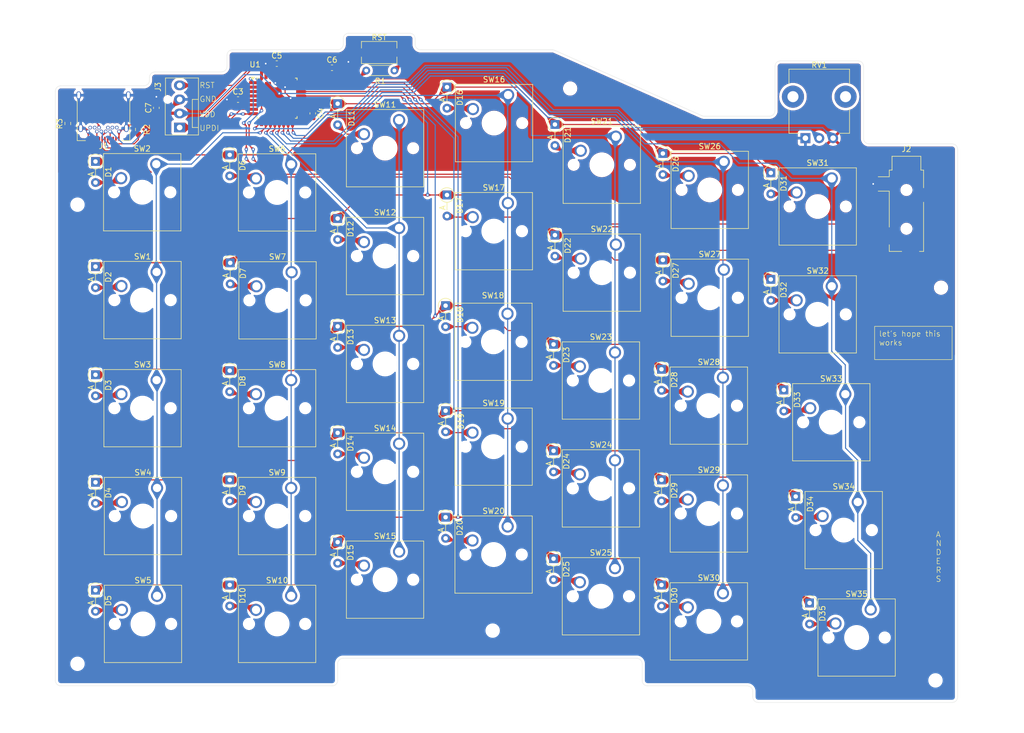
<source format=kicad_pcb>
(kicad_pcb (version 20240108) (generator "pcbnew") (generator_version "8.0")
  (title_block (title "Keyboard Left with USB-connector") (date "2024-12-05") (rev "1.0") (company "Anders Kristoffersen"))
  (layers (0 "F.Cu" signal) (31 "B.Cu" signal) (34 "B.Paste" user) (35 "F.Paste" user) (36 "B.SilkS" user "B.Silkscreen") (37 "F.SilkS" user "F.Silkscreen") (38 "B.Mask" user) (39 "F.Mask" user) (44 "Edge.Cuts" user))
  (net 0 "")
  (net 1 "GND")
  (net 2 "Net-(J1-CC1)")
  (net 3 "Net-(J1-CC2)")
  (net 4 "Net-(U1-VUSB)")
  (net 5 "VDD")
  (net 6 "Net-(J3-Pin_4)")
  (net 7 "Net-(D1-A)")
  (net 8 "row1")
  (net 9 "Net-(D2-A)")
  (net 10 "row2")
  (net 11 "Net-(D3-A)")
  (net 12 "row3")
  (net 13 "row4")
  (net 14 "Net-(D4-A)")
  (net 15 "row5")
  (net 16 "Net-(D5-A)")
  (net 17 "Net-(D6-A)")
  (net 18 "Net-(D7-A)")
  (net 19 "Net-(D8-A)")
  (net 20 "Net-(D9-A)")
  (net 21 "Net-(D10-A)")
  (net 22 "Net-(D11-A)")
  (net 23 "Net-(D12-A)")
  (net 24 "Net-(D13-A)")
  (net 25 "Net-(D14-A)")
  (net 26 "Net-(D15-A)")
  (net 27 "Net-(D16-A)")
  (net 28 "Net-(D17-A)")
  (net 29 "Net-(D18-A)")
  (net 30 "Net-(D19-A)")
  (net 31 "Net-(D20-A)")
  (net 32 "Net-(D21-A)")
  (net 33 "Net-(D22-A)")
  (net 34 "Net-(D23-A)")
  (net 35 "Net-(D24-A)")
  (net 36 "Net-(D25-A)")
  (net 37 "Net-(D26-A)")
  (net 38 "Net-(D27-A)")
  (net 39 "Net-(D28-A)")
  (net 40 "Net-(D29-A)")
  (net 41 "Net-(D30-A)")
  (net 42 "Net-(D31-A)")
  (net 43 "Net-(D32-A)")
  (net 44 "Net-(D33-A)")
  (net 45 "Net-(D34-A)")
  (net 46 "Net-(D35-A)")
  (net 47 "dp")
  (net 48 "dm")
  (net 49 "scl")
  (net 50 "Net-(J3-Pin_1)")
  (net 51 "Net-(R1-Pad1)")
  (net 52 "Net-(U1-PC3)")
  (net 53 "col1")
  (net 54 "col2")
  (net 55 "col3")
  (net 56 "col4")
  (net 57 "col5")
  (net 58 "col6")
  (net 59 "col7")
  (net 68 "sda")
  (footprint "Button_Switch_Keyboard:SW_Cherry_MX_1.00u_PCB" (layer "F.Cu") (at 180.76 54.25)
    (property "Reference" "SW26")
    (property "Value" "SW_Push")
  )
  (footprint "Capacitor_SMD:C_0603_1608Metric" (layer "F.Cu") (at 109.975 37.25)
    (property "Reference" "C6")
    (property "Value" "C_Small")
  )
  (footprint "Diode_THT:D_DO-35_SOD27_P3.81mm_Vertical_AnodeUp" (layer "F.Cu") (at 169.5 91.75 -90)
    (property "Reference" "D28")
    (property "Value" "D_45deg")
  )
  (footprint "Diode_THT:D_DO-35_SOD27_P3.81mm_Vertical_AnodeUp" (layer "F.Cu") (at 169.75 72 -90)
    (property "Reference" "D27")
    (property "Value" "D_45deg")
  )
  (footprint "Capacitor_SMD:C_0603_1608Metric" (layer "F.Cu") (at 106.5 45.5 -90)
    (property "Reference" "C4")
    (property "Value" "C_Small")
  )
  (footprint "Diode_THT:D_DO-35_SOD27_P3.81mm_Vertical_AnodeUp" (layer "F.Cu") (at 91.5 111.75 -90)
    (property "Reference" "D9")
    (property "Value" "D_45deg")
  )
  (footprint "Resistor_THT:R_Axial_DIN0204_L3.6mm_D1.6mm_P5.08mm_Horizontal" (layer "F.Cu") (at 121.25 37.75 180)
    (property "Reference" "R1")
    (property "Value" "R")
  )
  (footprint "Diode_THT:D_DO-35_SOD27_P3.81mm_Vertical_AnodeUp" (layer "F.Cu") (at 111 103.25 -90)
    (property "Reference" "D14")
    (property "Value" "D_45deg")
  )
  (footprint "Button_Switch_Keyboard:SW_Cherry_MX_1.00u_PCB" (layer "F.Cu") (at 161.26 69.21)
    (property "Reference" "SW22")
    (property "Value" "SW_Push")
  )
  (footprint "Diode_THT:D_DO-35_SOD27_P3.81mm_Vertical_AnodeUp" (layer "F.Cu") (at 189.25 75.5 -90)
    (property "Reference" "D32")
    (property "Value" "D_45deg")
  )
  (footprint "Button_Switch_Keyboard:SW_Cherry_MX_1.00u_PCB" (layer "F.Cu") (at 180.76 73.75)
    (property "Reference" "SW27")
    (property "Value" "SW_Push")
  )
  (footprint "Diode_THT:D_DO-35_SOD27_P3.81mm_Vertical_AnodeUp" (layer "F.Cu") (at 150 126 -90)
    (property "Reference" "D25")
    (property "Value" "D_45deg")
  )
  (footprint "Diode_THT:D_DO-35_SOD27_P3.81mm_Vertical_AnodeUp" (layer "F.Cu") (at 150 106.5 -90)
    (property "Reference" "D24")
    (property "Value" "D_45deg")
  )
  (footprint "Button_Switch_Keyboard:SW_Cherry_MX_1.00u_PCB" (layer "F.Cu") (at 200.26 57.25)
    (property "Reference" "SW31")
    (property "Value" "SW_Push")
  )
  (footprint "Diode_THT:D_DO-35_SOD27_P3.81mm_Vertical_AnodeUp" (layer "F.Cu") (at 67.25 92.75 -90)
    (property "Reference" "D3")
    (property "Value" "D_45deg")
  )
  (footprint "Connector_Audio:Jack_3.5mm_CUI_SJ-3524-SMT_Horizontal" (layer "F.Cu") (at 213.75 61.85)
    (property "Reference" "J2")
    (property "Value" "AudioJack4")
  )
  (footprint "Button_Switch_Keyboard:SW_Cherry_MX_1.00u_PCB" (layer "F.Cu") (at 102.68 74.21)
    (property "Reference" "SW7")
    (property "Value" "SW_Push")
  )
  (footprint "Button_Switch_Keyboard:SW_Cherry_MX_1.00u_PCB" (layer "F.Cu") (at 161.1 127.71)
    (property "Reference" "SW25")
    (property "Value" "SW_Push")
  )
  (footprint "Button_Switch_Keyboard:SW_Cherry_MX_1.00u_PCB" (layer "F.Cu") (at 180.6 93.25)
    (property "Reference" "SW28")
    (property "Value" "SW_Push")
  )
  (footprint "Diode_THT:D_DO-35_SOD27_P3.81mm_Vertical_AnodeUp" (layer "F.Cu") (at 196.25 133.999314 -90)
    (property "Reference" "D35")
    (property "Value" "D_45deg")
  )
  (footprint "Diode_THT:D_DO-35_SOD27_P3.81mm_Vertical_AnodeUp" (layer "F.Cu") (at 67.25 54.189314 -90)
    (property "Reference" "D1")
    (property "Value" "D_45deg")
  )
  (footprint "Button_Switch_Keyboard:SW_Cherry_MX_1.00u_PCB" (layer "F.Cu") (at 161.1 108.21)
    (property "Reference" "SW24")
    (property "Value" "SW_Push")
  )
  (footprint "Diode_THT:D_DO-35_SOD27_P3.81mm_Vertical_AnodeUp" (layer "F.Cu") (at 169.5 130.75 -90)
    (property "Reference" "D30")
    (property "Value" "D_45deg")
  )
  (footprint "Diode_THT:D_DO-35_SOD27_P3.81mm_Vertical_AnodeUp" (layer "F.Cu") (at 91.5 130.75 -90)
    (property "Reference" "D10")
    (property "Value" "D_45deg")
  )
  (footprint "Button_Switch_Keyboard:SW_Cherry_MX_1.50u_PCB" (layer "F.Cu") (at 204.96 115.75)
    (property "Reference" "SW34")
    (property "Value" "SW_Push")
  )
  (footprint "Resistor_SMD:R_0603_1608Metric" (layer "F.Cu") (at 75 48.4 90)
    (property "Reference" "R2")
    (property "Value" "R")
  )
  (footprint "Diode_THT:D_DO-35_SOD27_P3.81mm_Vertical_AnodeUp" (layer "F.Cu") (at 111 64.5 -90)
    (property "Reference" "D12")
    (property "Value" "D_45deg")
  )
  (footprint "Button_Switch_Keyboard:SW_Cherry_MX_1.00u_PCB" (layer "F.Cu") (at 102.6 113.21)
    (property "Reference" "SW9")
    (property "Value" "SW_Push")
  )
  (footprint "Diode_THT:D_DO-35_SOD27_P3.81mm_Vertical_AnodeUp" (layer "F.Cu") (at 67.25 73.189999 -90)
    (property "Reference" "D2")
    (property "Value" "D_45deg")
  )
  (footprint "Button_Switch_Keyboard:SW_Cherry_MX_1.00u_PCB" (layer "F.Cu") (at 102.6 93.71)
    (property "Reference" "SW8")
    (property "Value" "SW_Push")
  )
  (footprint "Diode_THT:D_DO-35_SOD27_P3.81mm_Vertical_AnodeUp" (layer "F.Cu") (at 111 43.75 -90)
    (property "Reference" "D11")
    (property "Value" "D_45deg")
  )
  (footprint "Button_Switch_Keyboard:SW_Cherry_MX_1.00u_PCB" (layer "F.Cu") (at 122.1 85.71)
    (property "Reference" "SW13")
    (property "Value" "SW_Push")
  )
  (footprint "Button_Switch_SMD:SW_Tactile_SPST_NO_Straight_CK_PTS636Sx25SMTRLFS" (layer "F.Cu") (at 118.5 34.5)
    (property "Reference" "RST")
    (property "Value" "SW_Push")
  )
  (footprint "Button_Switch_Keyboard:SW_Cherry_MX_1.00u_PCB" (layer "F.Cu") (at 122.1 124.71)
    (property "Reference" "SW15")
    (property "Value" "SW_Push")
  )
  (footprint "MountingHole:MountingHole_2.1mm" (layer "F.Cu") (at 220 77)
    (property "Reference" "REF**" (hide yes))
    (property "Value" "MountingHole_2.1mm")
  )
  (footprint "Diode_THT:D_DO-35_SOD27_P3.81mm_Vertical_AnodeUp" (layer "F.Cu") (at 169.75 52.75 -90)
    (property "Reference" "D26")
    (property "Value" "D_45deg")
  )
  (footprint "Diode_THT:D_DO-35_SOD27_P3.81mm_Vertical_AnodeUp" (layer "F.Cu") (at 150 87.25 -90)
    (property "Reference" "D23")
    (property "Value" "D_45deg")
  )
  (footprint "MountingHole:MountingHole_2.1mm" (layer "F.Cu") (at 139 139)
    (property "Reference" "REF**" (hide yes))
    (property "Value" "MountingHole_2.1mm")
  )
  (footprint "Diode_THT:D_DO-35_SOD27_P3.81mm_Vertical_AnodeUp" (layer "F.Cu") (at 91.5 53 -90)
    (property "Reference" "D6")
    (property "Value" "D_45deg")
  )
  (footprint "Diode_THT:D_DO-35_SOD27_P3.81mm_Vertical_AnodeUp" (layer "F.Cu") (at 130.75 60.25 -90)
    (property "Reference" "D17")
    (property "Value" "D_45deg")
  )
  (footprint "Button_Switch_Keyboard:SW_Cherry_MX_1.00u_PCB" (layer "F.Cu") (at 122.1 105.21)
    (property "Reference" "SW14")
    (property "Value" "SW_Push")
  )
  (footprint "Button_Switch_Keyboard:SW_Cherry_MX_1.00u_PCB" (layer "F.Cu") (at 141.71 120.17)
    (property "Reference" "SW20")
    (property "Value" "SW_Push")
  )
  (footprint "Connector_USB:USB_C_Receptacle_Amphenol_12401548E4-2A" (layer "F.Cu") (at 68.7 45.055 180)
    (property "Reference" "J1")
    (property "Value" "USB_C_Receptacle_USB2.0_14P")
  )
  (footprint "Diode_THT:D_DO-35_SOD27_P3.81mm_Vertical_AnodeUp" (layer "F.Cu") (at 191.6 95.49 -90)
    (property "Reference" "D33")
    (property "Value" "D_45deg")
  )
  (footprint "Capacitor_SMD:C_0603_1608Metric" (layer "F.Cu") (at 100 36.5)
    (property "Reference" "C5")
    (property "Value" "C_Small")
  )
  (footprint "Button_Switch_Keyboard:SW_Cherry_MX_1.50u_PCB" (layer "F.Cu") (at 78.37 113.21)
    (property "Reference" "SW4")
    (property "Value" "SW_Push")
  )
  (footprint "Button_Switch_Keyboard:SW_Cherry_MX_1.00u_PCB" (layer "F.Cu") (at 141.71 100.67)
    (property "Reference" "SW19")
    (property "Value" "SW_Push")
  )
  (footprint "Diode_THT:D_DO-35_SOD27_P3.81mm_Vertical_AnodeUp" (layer "F.Cu") (at 193.75 114.75 -90)
    (property "Reference" "D34")
    (property "Value" "D_45deg")
  )
  (footprint "Diode_THT:D_DO-35_SOD27_P3.81mm_Vertical_AnodeUp" (layer "F.Cu") (at 169.5 111.749314 -90)
    (property "Reference" "D29")
    (property "Value" "D_45deg")
  )
  (footprint "Button_Switch_Keyboard:SW_Cherry_MX_1.50u_PCB" (layer "F.Cu") (at 78.23 54.67)
    (property "Reference" "SW2")
    (property "Value" "SW_Push")
  )
  (footprint "Resistor_SMD:R_0603_1608Metric" (layer "F.Cu") (at 62.25 47.325 -90)
    (property "Reference" "R3")
    (property "Value" "R")
  )
  (footprint "Potentiometer_THT:Potentiometer_TT_P0915N" (layer "F.Cu") (at 195.5 49.975)
    (property "Reference" "RV1")
    (property "Value" "R_Potentiometer")
  )
  (footprint "Button_Switch_Keyboard:SW_Cherry_MX_1.00u_PCB" (layer "F.Cu") (at 122.1 46.71)
    (property "Reference" "SW11")
    (property "Value" "SW_Push")
  )
  (footprint "Capacitor_SMD:C_0603_1608Metric" (layer "F.Cu") (at 93 43)
    (property "Reference" "C3")
    (property "Value" "C_Small")
  )
  (footprint "Diode_THT:D_DO-35_SOD27_P3.81mm_Vertical_AnodeUp" (layer "F.Cu") (at 189.25 56.249314 -90)
    (property "Reference" "D31")
    (property "Value" "D_45deg")
  )
  (footprint "Button_Switch_Keyboard:SW_Cherry_MX_1.00u_PCB" (layer "F.Cu") (at 102.6 54.71)
    (property "Reference" "SW6")
    (property "Value" "SW_Push")
  )
  (footprint "Button_Switch_Keyboard:SW_Cherry_MX_1.00u_PCB" (layer "F.Cu") (at 141.79 42.17)
    (property "Reference" "SW16")
    (property "Value" "SW_Push")
  )
  (footprint "Diode_THT:D_DO-35_SOD27_P3.81mm_Vertical_AnodeUp" (layer "F.Cu") (at 130.5 80.25 -90)
    (property "Reference" "D18")
    (property "Value" "D_45deg")
  )
  (footprint "Package_QFP:TQFP-32_7x7mm_P0.8mm" (layer "F.Cu") (at 100.05 42.75)
    (property "Reference" "U1")
    (property "Value" "AVR32DU32x-xPT")
  )
  (footprint "MountingHole:MountingHole_2.1mm" (layer "F.Cu") (at 153 41)
    (property "Reference" "REF**" (hide yes))
    (property "Value" "MountingHole_2.1mm")
  )
  (footprint "Button_Switch_Keyboard:SW_Cherry_MX_1.00u_PCB" (layer "F.Cu") (at 161.26 49.71)
    (property "Reference" "SW21")
    (property "Value" "SW_Push")
  )
  (footprint "Diode_THT:D_DO-35_SOD27_P3.81mm_Vertical_AnodeUp" (layer "F.Cu") (at 91.5 92 -90)
    (property "Reference" "D8")
    (property "Value" "D_45deg")
  )
  (footprint "Diode_THT:D_DO-35_SOD27_P3.81mm_Vertical_AnodeUp" (layer "F.Cu") (at 150.25 67.5 -90)
    (property "Reference" "D22")
    (property "Value" "D_45deg")
  )
  (footprint "Diode_THT:D_DO-35_SOD27_P3.81mm_Vertical_AnodeUp" (layer "F.Cu") (at 67.25 131.689999 -90)
    (property "Reference" "D5")
    (property "Value" "D_45deg")
  )
  (footprint "Button_Switch_Keyboard:SW_Cherry_MX_1.00u_PCB" (layer "F.Cu") (at 200.26 76.75)
    (property "Reference" "SW32")
    (property "Value" "SW_Push")
  )
  (footprint "Diode_THT:D_DO-35_SOD27_P3.81mm_Vertical_AnodeUp" (layer "F.Cu") (at 130.5 99.25 -90)
    (property "Reference" "D19")
    (property "Value" "D_45deg")
  )
  (footprint "Button_Switch_Keyboard:SW_Cherry_MX_1.00u_PCB" (layer "F.Cu") (at 161.1 88.71)
    (property "Reference" "SW23")
    (property "Value" "SW_Push")
  )
  (footprint "Button_Switch_Keyboard:SW_Cherry_MX_1.50u_PCB" (layer "F.Cu") (at 78.29 93.71)
    (property "Reference" "SW3")
    (property "Value" "SW_Push")
  )
  (footprint "Button_Switch_Keyboard:SW_Cherry_MX_1.00u_PCB" (layer "F.Cu") (at 180.6 112.75)
    (property "Reference" "SW29")
    (property "Value" "SW_Push")
  )
  (footprint "Diode_THT:D_DO-35_SOD27_P3.81mm_Vertical_AnodeUp" (layer "F.Cu") (at 130.5 118.5 -90)
    (property "Reference" "D20")
    (property "Value" "D_45deg")
  )
  (footprint "Capacitor_SMD:C_0603_1608Metric" (layer "F.Cu") (at 78.25 44.5 90)
    (property "Reference" "C7")
    (property "Value" "C_Small")
  )
  (footprint "Button_Switch_Keyboard:SW_Cherry_MX_1.00u_PCB" (layer "F.Cu") (at 141.68 81.71)
    (property "Reference" "SW18")
    (property "Value" "SW_Push")
  )
  (footprint "Diode_THT:D_DO-35_SOD27_P3.81mm_Vertical_AnodeUp" (layer "F.Cu") (at 67.25 112.189999 -90)
    (property "Reference" "D4")
    (property "Value" "D_45deg")
  )
  (footprint "Connector:FanPinHeader_1x04_P2.54mm_Vertical" (layer "F.Cu") (at 82.45 48.05 90)
    (property "Reference" "J3")
    (property "Value" "Conn_01x04_Pin")
  )
  (footprint "Diode_THT:D_DO-35_SOD27_P3.81mm_Vertical_AnodeUp" (layer "F.Cu") (at 111 123 -90)
    (property "Reference" "D15")
    (property "Value" "D_45deg")
  )
  (footprint "Button_Switch_Keyboard:SW_Cherry_MX_1.00u_PCB" (layer "F.Cu") (at 180.6 132.25)
    (property "Reference" "SW30")
    (property "Value" "SW_Push")
  )
  (footprint "Diode_THT:D_DO-35_SOD27_P3.81mm_Vertical_AnodeUp" (layer "F.Cu") (at 91.59 72.52 -90)
    (property "Reference" "D7")
    (property "Value" "D_45deg")
  )
  (footprint "Button_Switch_Keyboard:SW_Cherry_MX_1.00u_PCB" (layer "F.Cu") (at 102.6 132.71)
    (property "Reference" "SW10")
    (property "Value" "SW_Push")
  )
  (footprint "Diode_THT:D_DO-35_SOD27_P3.81mm_Vertical_AnodeUp" (layer "F.Cu") (at 150.25 47.5 -90)
    (property "Reference" "D21")
    (property "Value" "D_45deg")
  )
  (footprint "Diode_THT:D_DO-35_SOD27_P3.81mm_Vertical_AnodeUp" (layer "F.Cu") (at 111 84 -90)
    (property "Reference" "D13")
    (property "Value" "D_45deg")
  )
  (footprint "MountingHole:MountingHole_2.1mm" (layer "F.Cu") (at 64 62)
    (property "Reference" "REF**" (hide yes))
    (property "Value" "MountingHole_2.1mm")
  )
  (footprint "Button_Switch_Keyboard:SW_Cherry_MX_1.25u_PCB" (layer "F.Cu") (at 202.71 96.25)
    (property "Reference" "SW33")
    (property "Value" "SW_Push")
  )
  (footprint "Button_Switch_Keyboard:SW_Cherry_MX_1.00u_PCB" (layer "F.Cu") (at 122.1 66.21)
    (property "Reference" "SW12")
    (property "Value" "SW_Push")
  )
  (footprint "MountingHole:MountingHole_2.1mm" (layer "F.Cu") (at 219 148)
    (property "Reference" "REF**" (hide yes))
    (property "Value" "MountingHole_2.1mm")
  )
  (footprint "Diode_THT:D_DO-35_SOD27_P3.81mm_Vertical_AnodeUp" (layer "F.Cu") (at 130.75 40.75 -90)
    (property "Reference" "D16")
    (property "Value" "D_45deg")
  )
  (footprint "Button_Switch_Keyboard:SW_Cherry_MX_1.75u_PCB" (layer "F.Cu") (at 207.29 135.17)
    (property "Reference" "SW35")
    (property "Value" "SW_Push")
  )
  (footprint "Button_Switch_Keyboard:SW_Cherry_MX_1.00u_PCB" (layer "F.Cu") (at 141.75 61.71)
    (property "Reference" "SW17")
    (property "Value" "SW_Push")
  )
  (footprint "MountingHole:MountingHole_2.1mm" (layer "F.Cu") (at 64 145)
    (property "Reference" "REF**" (hide yes))
    (property "Value" "MountingHole_2.1mm")
  )
  (footprint "Button_Switch_Keyboard:SW_Cherry_MX_1.50u_PCB" (layer "F.Cu") (at 78.29 74.17)
    (property "Reference" "SW1")
    (property "Value" "SW_Push")
  )
  (footprint "Button_Switch_Keyboard:SW_Cherry_MX_1.50u_PCB" (layer "F.Cu") (at 78.37 132.71)
    (property "Reference" "SW5")
    (property "Value" "SW_Push")
  )
  (gr_arc (start 77 39) (mid 77.292893 38.292893) (end 78 38) (stroke (width 0.05)) (layer "Edge.Cuts"))
  (gr_line (start 223 52) (end 223 151) (stroke (width 0.05)) (layer "Edge.Cuts"))
  (gr_line (start 166 148) (end 166 145) (stroke (width 0.05)) (layer "Edge.Cuts"))
  (gr_line (start 191 36) (end 205 36) (stroke (width 0.05)) (layer "Edge.Cuts"))
  (gr_line (start 190 45) (end 190 37) (stroke (width 0.05)) (layer "Edge.Cuts"))
  (gr_line (start 165 144) (end 112 144) (stroke (width 0.05)) (layer "Edge.Cuts"))
  (gr_arc (start 185 149) (mid 185.707107 149.292893) (end 186 150) (stroke (width 0.05)) (layer "Edge.Cuts"))
  (gr_line (start 206 37) (end 206 50) (stroke (width 0.05)) (layer "Edge.Cuts"))
  (gr_arc (start 177.212214 46) (mid 177.004623 45.978216) (end 176.806076 45.913811) (stroke (width 0.05)) (layer "Edge.Cuts"))
  (gr_arc (start 124 31) (mid 124.707107 31.292893) (end 125 32) (stroke (width 0.05)) (layer "Edge.Cuts"))
  (gr_arc (start 190 45) (mid 189.707107 45.707107) (end 189 46) (stroke (width 0.05)) (layer "Edge.Cuts"))
  (gr_line (start 113 31) (end 124 31) (stroke (width 0.05)) (layer "Edge.Cuts"))
  (gr_line (start 61 40.5) (end 76 40.5) (stroke (width 0.05)) (layer "Edge.Cuts"))
  (gr_arc (start 111 145) (mid 111.292893 144.292893) (end 112 144) (stroke (width 0.05)) (layer "Edge.Cuts"))
  (gr_line (start 125 32) (end 125 33) (stroke (width 0.05)) (layer "Edge.Cuts"))
  (gr_arc (start 190 37) (mid 190.292893 36.292893) (end 191 36) (stroke (width 0.05)) (layer "Edge.Cuts"))
  (gr_line (start 60 148) (end 60 41.5) (stroke (width 0.05)) (layer "Edge.Cuts"))
  (gr_line (start 110 149) (end 61 149) (stroke (width 0.05)) (layer "Edge.Cuts"))
  (gr_arc (start 207 51) (mid 206.292893 50.707107) (end 206 50) (stroke (width 0.05)) (layer "Edge.Cuts"))
  (gr_line (start 177.212214 46) (end 189 46) (stroke (width 0.05)) (layer "Edge.Cuts"))
  (gr_line (start 207 51) (end 214.5 51) (stroke (width 0.05)) (layer "Edge.Cuts"))
  (gr_arc (start 222 51) (mid 222.707107 51.292893) (end 223 52) (stroke (width 0.05)) (layer "Edge.Cuts"))
  (gr_line (start 78 38) (end 90 38) (stroke (width 0.05)) (layer "Edge.Cuts"))
  (gr_arc (start 77 39.5) (mid 76.707107 40.207107) (end 76 40.5) (stroke (width 0.05)) (layer "Edge.Cuts"))
  (gr_line (start 77 39) (end 77 39.5) (stroke (width 0.05)) (layer "Edge.Cuts"))
  (gr_line (start 214.5 51) (end 222 51) (stroke (width 0.05)) (layer "Edge.Cuts"))
  (gr_line (start 111 145) (end 111 148) (stroke (width 0.05)) (layer "Edge.Cuts"))
  (gr_arc (start 91 35) (mid 91.292893 34.292893) (end 92 34) (stroke (width 0.05)) (layer "Edge.Cuts"))
  (gr_line (start 91 37) (end 91 35) (stroke (width 0.05)) (layer "Edge.Cuts"))
  (gr_arc (start 149.787786 34) (mid 149.995378 34.021782) (end 150.193924 34.086189) (stroke (width 0.05)) (layer "Edge.Cuts"))
  (gr_line (start 186 151) (end 186 150) (stroke (width 0.05)) (layer "Edge.Cuts"))
  (gr_line (start 222 152) (end 187 152) (stroke (width 0.05)) (layer "Edge.Cuts"))
  (gr_arc (start 112 33) (mid 111.707107 33.707107) (end 111 34) (stroke (width 0.05)) (layer "Edge.Cuts"))
  (gr_arc (start 205 36) (mid 205.707107 36.292893) (end 206 37) (stroke (width 0.05)) (layer "Edge.Cuts"))
  (gr_arc (start 61 149) (mid 60.292893 148.707107) (end 60 148) (stroke (width 0.05)) (layer "Edge.Cuts"))
  (gr_line (start 126 34) (end 149.787786 34) (stroke (width 0.05)) (layer "Edge.Cuts"))
  (gr_line (start 92 34) (end 111 34) (stroke (width 0.05)) (layer "Edge.Cuts"))
  (gr_arc (start 223 151) (mid 222.707107 151.707107) (end 222 152) (stroke (width 0.05)) (layer "Edge.Cuts"))
  (gr_line (start 112 33) (end 112 32) (stroke (width 0.05)) (layer "Edge.Cuts"))
  (gr_arc (start 167 149) (mid 166.292893 148.707107) (end 166 148) (stroke (width 0.05)) (layer "Edge.Cuts"))
  (gr_arc (start 165 144) (mid 165.707107 144.292893) (end 166 145) (stroke (width 0.05)) (layer "Edge.Cuts"))
  (gr_line (start 150.193924 34.086189) (end 176.806076 45.913811) (stroke (width 0.05)) (layer "Edge.Cuts"))
  (gr_arc (start 126 34) (mid 125.292893 33.707107) (end 125 33) (stroke (width 0.05)) (layer "Edge.Cuts"))
  (gr_arc (start 111 148) (mid 110.707107 148.707107) (end 110 149) (stroke (width 0.05)) (layer "Edge.Cuts"))
  (gr_line (start 185 149) (end 167 149) (stroke (width 0.05)) (layer "Edge.Cuts"))
  (gr_arc (start 60 41.5) (mid 60.292893 40.792893) (end 61 40.5) (stroke (width 0.05)) (layer "Edge.Cuts"))
  (gr_arc (start 112 32) (mid 112.292893 31.292893) (end 113 31) (stroke (width 0.05)) (layer "Edge.Cuts"))
  (gr_arc (start 187 152) (mid 186.292893 151.707107) (end 186 151) (stroke (width 0.05)) (layer "Edge.Cuts"))
  (gr_arc (start 91 37) (mid 90.707107 37.707107) (end 90 38) (stroke (width 0.05)) (layer "Edge.Cuts"))
  (gr_text "UPDI" (at 86 48.75 0) (layer "F.SilkS") (effects (font (size 1 1) (thickness 0.1)) (justify left bottom)))
  (gr_text "RST" (at 86 41 0) (layer "F.SilkS") (effects (font (size 1 1) (thickness 0.1)) (justify left bottom)))
  (gr_text "GND" (at 86 43.5 0) (layer "F.SilkS") (effects (font (size 1 1) (thickness 0.1)) (justify left bottom)))
  (gr_text "VDD" (at 86 46.25 0) (layer "F.SilkS") (effects (font (size 1 1) (thickness 0.1)) (justify left bottom)))
  (gr_text "A\nN\nD\nE\nR\nS" (at 219 130.25 0) (layer "F.SilkS") (effects (font (size 1 1) (thickness 0.1)) (justify left bottom)))
  (gr_text_box "let's hope this works" (start 208 84) (end 222 90) (layer "F.SilkS") (effects (font (size 1 1) (thickness 0.1)) (justify left top)) (border yes) (stroke (width 0.1)))
  (segment (start 104.35 44) (end 104.3 43.95) (width 0.2) (layer "F.Cu") (net 1))
  (segment (start 101.5 41.75) (end 101.5 40.75) (width 0.2) (layer "F.Cu") (net 1))
  (segment (start 65.415 48.165) (end 64.57 48.165) (width 0.2) (layer "F.Cu") (net 1))
  (segment (start 75 47.575) (end 73.29 47.575) (width 0.2) (layer "F.Cu") (net 1))
  (segment (start 79.75 44.25) (end 81.17 44.25) (width 0.2) (layer "F.Cu") (net 1))
  (segment (start 106.5 44.725) (end 106.525 44.75) (width 0.2) (layer "F.Cu") (net 1))
  (segment (start 98 36.5) (end 99.225 36.5) (width 0.2) (layer "F.Cu") (net 1))
  (segment (start 65.9 48.765) (end 65.9 48.65) (width 0.2) (layer "F.Cu") (net 1))
  (segment (start 111.875 37.25) (end 114.625 34.5) (width 0.2) (layer "F.Cu") (net 1))
  (segment (start 210.05 58.25) (end 207.75 58.25) (width 0.2) (layer "F.Cu") (net 1))
  (segment (start 99.65 38.5) (end 99.65 36.925) (width 0.2) (layer "F.Cu") (net 1))
  (segment (start 106.525 44.75) (end 107.75 44.75) (width 0.2) (layer "F.Cu") (net 1))
  (segment (start 102.5 42.75) (end 101.5 41.75) (width 0.2) (layer "F.Cu") (net 1))
  (segment (start 99.75 40) (end 99.75 38.6) (width 0.2) (layer "F.Cu") (net 1))
  (segment (start 78.25 43.725) (end 78.25 42.5) (width 0.2) (layer "F.Cu") (net 1))
  (segment (start 62.265 48.165) (end 62.25 48.15) (width 0.2) (layer "F.Cu") (net 1))
  (segment (start 71.5 48.765) (end 71.5 50.025) (width 0.2) (layer "F.Cu") (net 1))
  (segment (start 71.735 48.765) (end 72.335 48.165) (width 0.2) (layer "F.Cu") (net 1))
  (segment (start 71.5 48.765) (end 71.735 48.765) (width 0.2) (layer "F.Cu") (net 1))
  (segment (start 65.9 48.65) (end 65.415 48.165) (width 0.2) (layer "F.Cu") (net 1))
  (segment (start 64.57 48.165) (end 62.265 48.165) (width 0.2) (layer "F.Cu") (net 1))
  (segment (start 65.95 48.806852) (end 65.904074 48.760926) (width 0.2) (layer "F.Cu") (net 1))
  (segment (start 105.725 43.95) (end 106.5 44.725) (width 0.2) (layer "F.Cu") (net 1))
  (segment (start 78.25 43.725) (end 79.225 43.725) (width 0.2) (layer "F.Cu") (net 1))
  (segment (start 104.3 43.95) (end 105.725 43.95) (width 0.2) (layer "F.Cu") (net 1))
  (segment (start 79.225 43.725) (end 79.75 44.25) (width 0.2) (layer "F.Cu") (net 1))
  (segment (start 99.65 36.925) (end 99.225 36.5) (width 0.2) (layer "F.Cu") (net 1))
  (segment (start 110.75 37.25) (end 111.875 37.25) (width 0.2) (layer "F.Cu") (net 1))
  (segment (start 71.5 50.025) (end 71.45 50.075) (width 0.2) (layer "F.Cu") (net 1))
  (segment (start 72.335 48.165) (end 72.83 48.165) (width 0.2) (layer "F.Cu") (net 1))
  (segment (start 99.75 38.6) (end 99.65 38.5) (width 0.2) (layer "F.Cu") (net 1))
  (segment (start 81.17 44.25) (end 82.45 42.97) (width 0.2) (layer "F.Cu") (net 1))
  (segment (start 65.95 50.075) (end 65.95 48.806852) (width 0.2) (layer "F.Cu") (net 1))
  (segment (start 73.29 47.575) (end 72.7 48.165) (width 0.2) (layer "F.Cu") (net 1))
  (segment (start 91 43) (end 92.225 43) (width 0.2) (layer "F.Cu") (net 1))
  (via (at 78.25 42.5) (size 0.6) (drill 0.3) (layers "F.Cu" "B.Cu") (net 1))
  (via (at 207.75 58.25) (size 0.6) (drill 0.3) (layers "F.Cu" "B.Cu") (net 1))
  (via (at 99.75 40) (size 0.6) (drill 0.3) (layers "F.Cu" "B.Cu") (net 1))
  (via (at 98 36.5) (size 0.6) (drill 0.3) (layers "F.Cu" "B.Cu") (net 1))
  (via (at 102.5 42.75) (size 0.6) (drill 0.3) (layers "F.Cu" "B.Cu") (net 1))
  (via (at 112.9375 36.1875) (size 0.6) (drill 0.3) (layers "F.Cu" "B.Cu") (net 1))
  (via (at 91 43) (size 0.6) (drill 0.3) (layers "F.Cu" "B.Cu") (net 1))
  (via (at 101.5 40.75) (size 0.6) (drill 0.3) (layers "F.Cu" "B.Cu") (net 1))
  (via (at 107.75 44.75) (size 0.6) (drill 0.3) (layers "F.Cu" "B.Cu") (net 1))
  (segment (start 100.5 40.75) (end 99.75 40) (width 0.2) (layer "B.Cu") (net 1))
  (segment (start 104.5 44.75) (end 102.5 42.75) (width 0.2) (layer "B.Cu") (net 1))
  (segment (start 101.5 40.75) (end 100.5 40.75) (width 0.2) (layer "B.Cu") (net 1))
  (segment (start 107.75 44.75) (end 104.5 44.75) (width 0.2) (layer "B.Cu") (net 1))
  (segment (start 69.45 50.075) (end 69.45 50.634314) (width 0.2) (layer "F.Cu") (net 2))
  (segment (start 74.25 51) (end 75 50.25) (width 0.2) (layer "F.Cu") (net 2))
  (segment (start 75 50.25) (end 75 49.225) (width 0.2) (layer "F.Cu") (net 2))
  (segment (start 69.45 50.634314) (end 69.815686 51) (width 0.2) (layer "F.Cu") (net 2))
  (segment (start 69.815686 51) (end 74.25 51) (width 0.2) (layer "F.Cu") (net 2))
  (segment (start 66.75 46.5) (end 67.9 47.65) (width 0.2) (layer "F.Cu") (net 3))
  (segment (start 62.25 46.5) (end 66.75 46.5) (width 0.2) (layer "F.Cu") (net 3))
  (segment (start 67.9 47.65) (end 67.9 48.065) (width 0.2) (layer "F.Cu") (net 3))
  (segment (start 93.775 43) (end 94.725 43.95) (width 0.2) (layer "F.Cu") (net 4))
  (segment (start 94.725 43.95) (end 95.8 43.95) (width 0.2) (layer "F.Cu") (net 4))
  (segment (start 100.45 38.5) (end 100.45 36.825) (width 0.2) (layer "F.Cu") (net 5))
  (segment (start 67.45 50.075) (end 67.45 51.3) (width 0.2) (layer "F.Cu") (net 5))
  (segment (start 106.5 46.275) (end 106.5 46.25) (width 0.2) (layer "F.Cu") (net 5))
  (segment (start 67.45 51.3) (end 66.75 52) (width 0.2) (layer "F.Cu") (net 5))
  (segment (start 78.25 45.275) (end 82.215 45.275) (width 0.2) (layer "F.Cu") (net 5))
  (segment (start 66.75 52) (end 63.75 52) (width 0.2) (layer "F.Cu") (net 5))
  (segment (start 76.375 48.425) (end 78.25 46.55) (width 0.2) (layer "F.Cu") (net 5))
  (segment (start 100.45 38.5) (end 100.45 41.9) (width 0.2) (layer "F.Cu") (net 5))
  (segment (start 78.25 46.55) (end 78.25 45.275) (width 0.2) (layer "F.Cu") (net 5))
  (segment (start 106.5 46.25) (end 105 44.75) (width 0.2) (layer "F.Cu") (net 5))
  (segment (start 69.9 48.765) (end 69.9 50.025) (width 0.2) (layer "F.Cu") (net 5))
  (segment (start 105 44.75) (end 104.3 44.75) (width 0.2) (layer "F.Cu") (net 5))
  (segment (start 100.45 36.825) (end 100.775 36.5) (width 0.2) (layer "F.Cu") (net 5))
  (segment (start 69.9 50.025) (end 69.95 50.075) (width 0.2) (layer "F.Cu") (net 5))
  (segment (start 67.5 48.765) (end 67.5 50.025) (width 0.2) (layer "F.Cu") (net 5))
  (segment (start 82.215 45.275) (end 82.45 45.51) (width 0.2) (layer "F.Cu") (net 5))
  (segment (start 67.5 50.025) (end 67.45 50.075) (width 0.2) (layer "F.Cu") (net 5))
  (segment (start 103.3 44.75) (end 104.3 44.75) (width 0.2) (layer "F.Cu") (net 5))
  (segment (start 100.45 41.9) (end 103.3 44.75) (width 0.2) (layer "F.Cu") (net 5))
  (via (at 100.45 41.9) (size 0.6) (drill 0.3) (layers "F.Cu" "B.Cu") (net 5))
  (via (at 76.375 48.425) (size 0.6) (drill 0.3) (layers "F.Cu" "B.Cu") (net 5))
  (segment (start 161.665686 44.85) (end 164.915686 48.1) (width 0.2) (layer "B.Cu") (net 5))
  (segment (start 116.034314 41.9) (end 118.084314 39.85) (width 0.2) (layer "B.Cu") (net 5))
  (segment (start 69.9 48.765) (end 70.015 48.765) (width 0.2) (layer "B.Cu") (net 5))
  (segment (start 72.25 51) (end 73.8 51) (width 0.2) (layer "B.Cu") (net 5))
  (segment (start 142 36.85) (end 150 44.85) (width 0.2) (layer "B.Cu") (net 5))
  (segment (start 70.015 48.765) (end 72.25 51) (width 0.2) (layer "B.Cu") (net 5))
  (segment (start 126.834314 36.85) (end 142 36.85) (width 0.2) (layer "B.Cu") (net 5))
  (segment (start 123.834314 39.85) (end 126.834314 36.85) (width 0.2) (layer "B.Cu") (net 5))
  (segment (start 150 44.85) (end 161.665686 44.85) (width 0.2) (layer "B.Cu") (net 5))
  (segment (start 198.625 48.1) (end 200.5 49.975) (width 0.2) (layer "B.Cu") (net 5))
  (segment (start 100.45 41.9) (end 116.034314 41.9) (width 0.2) (layer "B.Cu") (net 5))
  (segment (start 73.8 51) (end 76.375 48.425) (width 0.2) (layer "B.Cu") (net 5))
  (segment (start 118.084314 39.85) (end 123.834314 39.85) (width 0.2) (layer "B.Cu") (net 5))
  (segment (start 100.45 41.9) (end 97.05 38.5) (width 0.2) (layer "B.Cu") (net 5))
  (segment (start 86.99 45.51) (end 82.45 45.51) (width 0.2) (layer "B.Cu") (net 5))
  (segment (start 94 38.5) (end 86.99 45.51) (width 0.2) (layer "B.Cu") (net 5))
  (segment (start 97.05 38.5) (end 94 38.5) (width 0.2) (layer "B.Cu") (net 5))
  (segment (start 164.915686 48.1) (end 198.625 48.1) (width 0.2) (layer "B.Cu") (net 5))
  (segment (start 102.25 37.25) (end 109.2 37.25) (width 0.2) (layer "F.Cu") (net 6))
  (segment (start 97.434314 35) (end 101.75 35) (width 0.2) (layer "F.Cu") (net 6))
  (segment (start 102.05 38.5) (end 102.05 37.45) (width 0.2) (layer "F.Cu") (net 6))
  (segment (start 116.17 37.75) (end 115.17 38.75) (width 0.2) (layer "F.Cu") (net 6))
  (segment (start 82.45 40.43) (end 92.004314 40.43) (width 0.2) (layer "F.Cu") (net 6))
  (segment (start 102.25 35.5) (end 102.25 37.25) (width 0.2) (layer "F.Cu") (net 6))
  (segment (start 115.17 38.75) (end 110.7 38.75) (width 0.2) (layer "F.Cu") (net 6))
  (segment (start 102.05 37.45) (end 102.25 37.25) (width 0.2) (layer "F.Cu") (net 6))
  (segment (start 110.7 38.75) (end 109.2 37.25) (width 0.2) (layer "F.Cu") (net 6))
  (segment (start 92.004314 40.43) (end 97.434314 35) (width 0.2) (layer "F.Cu") (net 6))
  (segment (start 101.75 35) (end 102.25 35.5) (width 0.2) (layer "F.Cu") (net 6))
  (segment (start 67.25 57.999314) (end 71.090686 57.999314) (width 0.2) (layer "F.Cu") (net 7))
  (segment (start 71.090686 57.999314) (end 71.88 57.21) (width 0.2) (layer "F.Cu") (net 7))
  (segment (start 101.75 53) (end 111 43.75) (width 0.2) (layer "F.Cu") (net 8))
  (segment (start 164.5 47.5) (end 169.75 52.75) (width 0.2) (layer "F.Cu") (net 8))
  (segment (start 130.75 40.75) (end 143.5 40.75) (width 0.2) (layer "F.Cu") (net 8))
  (segment (start 150.25 47.5) (end 164.5 47.5) (width 0.2) (layer "F.Cu") (net 8))
  (segment (start 91.5 53) (end 101.75 53) (width 0.2) (layer "F.Cu") (net 8))
  (segment (start 111 43.75) (end 127.75 43.75) (width 0.2) (layer "F.Cu") (net 8))
  (segment (start 75.060686 54.189314) (end 76.25 53) (width 0.2) (layer "F.Cu") (net 8))
  (segment (start 185.750686 52.75) (end 189.25 56.249314) (width 0.2) (layer "F.Cu") (net 8))
  (segment (start 104.3 43.15) (end 110.4 43.15) (width 0.2) (layer "F.Cu") (net 8))
  (segment (start 143.5 40.75) (end 150.25 47.5) (width 0.2) (layer "F.Cu") (net 8))
  (segment (start 127.75 43.75) (end 130.75 40.75) (width 0.2) (layer "F.Cu") (net 8))
  (segment (start 110.4 43.15) (end 111 43.75) (width 0.2) (layer "F.Cu") (net 8))
  (segment (start 169.75 52.75) (end 185.750686 52.75) (width 0.2) (layer "F.Cu") (net 8))
  (segment (start 67.25 54.189314) (end 75.060686 54.189314) (width 0.2) (layer "F.Cu") (net 8))
  (segment (start 76.25 53) (end 91.5 53) (width 0.2) (layer "F.Cu") (net 8))
  (segment (start 67.25 76.999999) (end 71.650001 76.999999) (width 0.2) (layer "F.Cu") (net 9))
  (segment (start 71.650001 76.999999) (end 71.94 76.71) (width 0.2) (layer "F.Cu") (net 9))
  (segment (start 111 64.5) (end 99.75 64.5) (width 0.2) (layer "F.Cu") (net 10))
  (segment (start 126.5 60.25) (end 115.25 60.25) (width 0.2) (layer "F.Cu") (net 10))
  (segment (start 189.25 75.5) (end 185.75 72) (width 0.2) (layer "F.Cu") (net 10))
  (segment (start 122.35 42.35) (end 123 43) (width 0.2) (layer "F.Cu") (net 10))
  (segment (start 136.5 60.25) (end 130.75 60.25) (width 0.2) (layer "F.Cu") (net 10))
  (segment (start 115.25 60.25) (end 111 64.5) (width 0.2) (layer "F.Cu") (net 10))
  (segment (start 91.73 72.52) (end 91.59 72.52) (width 0.2) (layer "F.Cu") (net 10))
  (segment (start 99.75 64.5) (end 91.73 72.52) (width 0.2) (layer "F.Cu") (net 10))
  (segment (start 147 64.25) (end 140.5 64.25) (width 0.2) (layer "F.Cu") (net 10))
  (segment (start 104.3 42.35) (end 122.35 42.35) (width 0.2) (layer "F.Cu") (net 10))
  (segment (start 67.939999 72.5) (end 67.25 73.189999) (width 0.2) (layer "F.Cu") (net 10))
  (segment (start 169.75 72) (end 161 72) (width 0.2) (layer "F.Cu") (net 10))
  (segment (start 185.75 72) (end 169.75 72) (width 0.2) (layer "F.Cu") (net 10))
  (segment (start 127.25 60.25) (end 126.5 60.25) (width 0.2) (layer "F.Cu") (net 10))
  (segment (start 161 72) (end 156.5 67.5) (width 0.2) (layer "F.Cu") (net 10))
  (segment (start 91.57 72.5) (end 67.939999 72.5) (width 0.2) (layer "F.Cu") (net 10))
  (segment (start 150.25 67.5) (end 147 64.25) (width 0.2) (layer "F.Cu") (net 10))
  (segment (start 130.75 60.25) (end 127.25 60.25) (width 0.2) (layer "F.Cu") (net 10))
  (segment (start 91.59 72.52) (end 91.57 72.5) (width 0.2) (layer "F.Cu") (net 10))
  (segment (start 140.5 64.25) (end 136.5 60.25) (width 0.2) (layer "F.Cu") (net 10))
  (segment (start 156.5 67.5) (end 150.25 67.5) (width 0.2) (layer "F.Cu") (net 10))
  (via (at 127.25 60.25) (size 0.6) (drill 0.3) (layers "F.Cu" "B.Cu") (net 10))
  (via (at 123 43) (size 0.6) (drill 0.3) (layers "F.Cu" "B.Cu") (net 10))
  (segment (start 123 43) (end 127.25 47.25) (width 0.2) (layer "B.Cu") (net 10))
  (segment (start 127.25 47.25) (end 127.25 60.25) (width 0.2) (layer "B.Cu") (net 10))
  (segment (start 67.25 96.56) (end 71.63 96.56) (width 0.2) (layer "F.Cu") (net 11))
  (segment (start 71.63 96.56) (end 71.94 96.25) (width 0.2) (layer "F.Cu") (net 11))
  (segment (start 76 92.75) (end 77 91.75) (width 0.2) (layer "F.Cu") (net 12))
  (segment (start 103 92) (end 111 84) (width 0.2) (layer "F.Cu") (net 12))
  (segment (start 91.5 92) (end 103 92) (width 0.2) (layer "F.Cu") (net 12))
  (segment (start 137.25 80.25) (end 141.75 84.75) (width 0.2) (layer "F.Cu") (net 12))
  (segment (start 67.25 92.75) (end 76 92.75) (width 0.2) (layer "F.Cu") (net 12))
  (segment (start 91.25 91.75) (end 91.5 92) (width 0.2) (layer "F.Cu") (net 12))
  (segment (start 169.5 91.75) (end 188 91.75) (width 0.2) (layer "F.Cu") (net 12))
  (segment (start 122.55 41.55) (end 124 43) (width 0.2) (layer "F.Cu") (net 12))
  (segment (start 111 84) (end 126.75 84) (width 0.2) (layer "F.Cu") (net 12))
  (segment (start 128.625 82.125) (end 130.5 80.25) (width 0.2) (layer "F.Cu") (net 12))
  (segment (start 169.5 91.75) (end 165 87.25) (width 0.2) (layer "F.Cu") (net 12))
  (segment (start 126.75 84) (end 127.5 83.25) (width 0.2) (layer "F.Cu") (net 12))
  (segment (start 77 91.75) (end 91.25 91.75) (width 0.2) (layer "F.Cu") (net 12))
  (segment (start 130.5 80.25) (end 137.25 80.25) (width 0.2) (layer "F.Cu") (net 12))
  (segment (start 127.5 83.25) (end 128.625 82.125) (width 0.2) (layer "F.Cu") (net 12))
  (segment (start 165 87.25) (end 150 87.25) (width 0.2) (layer "F.Cu") (net 12))
  (segment (start 104.3 41.55) (end 122.55 41.55) (width 0.2) (layer "F.Cu") (net 12))
  (segment (start 147.5 84.75) (end 150 87.25) (width 0.2) (layer "F.Cu") (net 12))
  (segment (start 188 91.75) (end 191.6 95.35) (width 0.2) (layer "F.Cu") (net 12))
  (segment (start 191.6 95.35) (end 191.6 95.49) (width 0.2) (layer "F.Cu") (net 12))
  (segment (start 141.75 84.75) (end 147.5 84.75) (width 0.2) (layer "F.Cu") (net 12))
  (via (at 124 43) (size 0.6) (drill 0.3) (layers "F.Cu" "B.Cu") (net 12))
  (via (at 128.625 82.125) (size 0.6) (drill 0.3) (layers "F.Cu" "B.Cu") (net 12))
  (segment (start 124 43) (end 128.625 47.625) (width 0.2) (layer "B.Cu") (net 12))
  (segment (start 128.625 47.625) (end 128.625 82.125) (width 0.2) (layer "B.Cu") (net 12))
  (segment (start 91.5 111.75) (end 95.75 111.75) (width 0.2) (layer "F.Cu") (net 13))
  (segment (start 150 106.5) (end 164.250686 106.5) (width 0.2) (layer "F.Cu") (net 13))
  (segment (start 95.75 111.75) (end 99.25 108.25) (width 0.2) (layer "F.Cu") (net 13))
  (segment (start 126.5 103.25) (end 130.5 99.25) (width 0.2) (layer "F.Cu") (net 13))
  (segment (start 91.5 111.75) (end 67.689999 111.75) (width 0.2) (layer "F.Cu") (net 13))
  (segment (start 136.5 99.25) (end 139.75 102.5) (width 0.2) (layer "F.Cu") (net 13))
  (segment (start 164.250686 106.5) (end 169.5 111.749314) (width 0.2) (layer "F.Cu") (net 13))
  (segment (start 111 103.25) (end 126.5 103.25) (width 0.2) (layer "F.Cu") (net 13))
  (segment (start 179.75 111.25) (end 181.5 111.25) (width 0.2) (layer "F.Cu") (net 13))
  (segment (start 139.75 102.5) (end 146 102.5) (width 0.2) (layer "F.Cu") (net 13))
  (segment (start 181.5 111.25) (end 182.25 112) (width 0.2) (layer "F.Cu") (net 13))
  (segment (start 146 102.5) (end 150 106.5) (width 0.2) (layer "F.Cu") (net 13))
  (segment (start 179.250686 111.749314) (end 179.75 111.25) (width 0.2) (layer "F.Cu") (net 13))
  (segment (start 182.25 112) (end 191 112) (width 0.2) (layer "F.Cu") (net 13))
  (segment (start 130.5 99.25) (end 132 99.25) (width 0.2) (layer "F.Cu") (net 13))
  (segment (start 169.5 111.749314) (end 179.250686 111.749314) (width 0.2) (layer "F.Cu") (net 13))
  (segment (start 67.689999 111.75) (end 67.25 112.189999) (width 0.2) (layer "F.Cu") (net 13))
  (segment (start 99.25 108.25) (end 106 108.25) (width 0.2) (layer "F.Cu") (net 13))
  (segment (start 104.3 40.75) (end 122.75 40.75) (width 0.2) (layer "F.Cu") (net 13))
  (segment (start 191 112) (end 193.75 114.75) (width 0.2) (layer "F.Cu") (net 13))
  (segment (start 106 108.25) (end 111 103.25) (width 0.2) (layer "F.Cu") (net 13))
  (segment (start 132 99.25) (end 136.5 99.25) (width 0.2) (layer "F.Cu") (net 13))
  (segment (start 122.75 40.75) (end 125 43) (width 0.2) (layer "F.Cu") (net 13))
  (via (at 125 43) (size 0.6) (drill 0.3) (layers "F.Cu" "B.Cu") (net 13))
  (via (at 132 99.25) (size 0.6) (drill 0.3) (layers "F.Cu" "B.Cu") (net 13))
  (segment (start 132 99.25) (end 132 50) (width 0.2) (layer "B.Cu") (net 13))
  (segment (start 132 50) (end 125 43) (width 0.2) (layer "B.Cu") (net 13))
  (segment (start 67.25 115.999999) (end 71.770001 115.999999) (width 0.2) (layer "F.Cu") (net 14))
  (segment (start 71.770001 115.999999) (end 72.02 115.75) (width 0.2) (layer "F.Cu") (net 14))
  (segment (start 122.95 39.95) (end 126 43) (width 0.2) (layer "F.Cu") (net 15))
  (segment (start 150 126) (end 164.75 126) (width 0.2) (layer "F.Cu") (net 15))
  (segment (start 91.5 130.75) (end 68.189999 130.75) (width 0.2) (layer "F.Cu") (net 15))
  (segment (start 169.5 130.75) (end 193.000686 130.75) (width 0.2) (layer "F.Cu") (net 15))
  (segment (start 130.5 118.5) (end 115.5 118.5) (width 0.2) (layer "F.Cu") (net 15))
  (segment (start 130.5 118.5) (end 132.75 118.5) (width 0.2) (layer "F.Cu") (net 15))
  (segment (start 103.25 130.75) (end 91.5 130.75) (width 0.2) (layer "F.Cu") (net 15))
  (segment (start 68.189999 130.75) (end 67.25 131.689999) (width 0.2) (layer "F.Cu") (net 15))
  (segment (start 104.3 39.95) (end 122.95 39.95) (width 0.2) (layer "F.Cu") (net 15))
  (segment (start 193.000686 130.75) (end 196.25 133.999314) (width 0.2) (layer "F.Cu") (net 15))
  (segment (start 115.5 118.5) (end 111 123) (width 0.2) (layer "F.Cu") (net 15))
  (segment (start 142.5 118.5) (end 150 126) (width 0.2) (layer "F.Cu") (net 15))
  (segment (start 111 123) (end 103.25 130.75) (width 0.2) (layer "F.Cu") (net 15))
  (segment (start 132.75 118.5) (end 142.5 118.5) (width 0.2) (layer "F.Cu") (net 15))
  (segment (start 164.75 126) (end 169.5 130.75) (width 0.2) (layer "F.Cu") (net 15))
  (via (at 126 43) (size 0.6) (drill 0.3) (layers "F.Cu" "B.Cu") (net 15))
  (via (at 132.75 118.5) (size 0.6) (drill 0.3) (layers "F.Cu" "B.Cu") (net 15))
  (segment (start 132.75 49.75) (end 132.75 118.5) (width 0.2) (layer "B.Cu") (net 15))
  (segment (start 126 43) (end 132.75 49.75) (width 0.2) (layer "B.Cu") (net 15))
  (segment (start 67.499999 135.25) (end 67.25 135.499999) (width 0.2) (layer "F.Cu") (net 16))
  (segment (start 72.02 135.25) (end 67.499999 135.25) (width 0.2) (layer "F.Cu") (net 16))
  (segment (start 95.81 56.81) (end 96.25 57.25) (width 0.2) (layer "F.Cu") (net 17))
  (segment (start 91.5 56.81) (end 95.81 56.81) (width 0.2) (layer "F.Cu") (net 17))
  (segment (start 92.01 76.75) (end 96.33 76.75) (width 0.2) (layer "F.Cu") (net 18))
  (segment (start 91.59 76.33) (end 92.01 76.75) (width 0.2) (layer "F.Cu") (net 18))
  (segment (start 91.94 96.25) (end 96.25 96.25) (width 0.2) (layer "F.Cu") (net 19))
  (segment (start 91.5 95.81) (end 91.94 96.25) (width 0.2) (layer "F.Cu") (net 19))
  (segment (start 91.5 115.56) (end 96.06 115.56) (width 0.2) (layer "F.Cu") (net 20))
  (segment (start 96.06 115.56) (end 96.25 115.75) (width 0.2) (layer "F.Cu") (net 20))
  (segment (start 95.56 134.56) (end 96.25 135.25) (width 0.2) (layer "F.Cu") (net 21))
  (segment (start 91.5 134.56) (end 95.56 134.56) (width 0.2) (layer "F.Cu") (net 21))
  (segment (start 115.75 49.25) (end 112.69 49.25) (width 0.2) (layer "F.Cu") (net 22))
  (segment (start 112.69 49.25) (end 111 47.56) (width 0.2) (layer "F.Cu") (net 22))
  (segment (start 111 68.31) (end 115.31 68.31) (width 0.2) (layer "F.Cu") (net 23))
  (segment (start 115.31 68.31) (end 115.75 68.75) (width 0.2) (layer "F.Cu") (net 23))
  (segment (start 111 87.81) (end 115.31 87.81) (width 0.2) (layer "F.Cu") (net 24))
  (segment (start 115.31 87.81) (end 115.75 88.25) (width 0.2) (layer "F.Cu") (net 24))
  (segment (start 115.06 107.06) (end 115.75 107.75) (width 0.2) (layer "F.Cu") (net 25))
  (segment (start 111 107.06) (end 115.06 107.06) (width 0.2) (layer "F.Cu") (net 25))
  (segment (start 111 126.81) (end 115.31 126.81) (width 0.2) (layer "F.Cu") (net 26))
  (segment (start 115.31 126.81) (end 115.75 127.25) (width 0.2) (layer "F.Cu") (net 26))
  (segment (start 135.29 44.56) (end 130.75 44.56) (width 0.2) (layer "F.Cu") (net 27))
  (segment (start 135.44 44.71) (end 135.29 44.56) (width 0.2) (layer "F.Cu") (net 27))
  (segment (start 135.4 64.25) (end 130.94 64.25) (width 0.2) (layer "F.Cu") (net 28))
  (segment (start 130.94 64.25) (end 130.75 64.06) (width 0.2) (layer "F.Cu") (net 28))
  (segment (start 130.5 84.06) (end 135.14 84.06) (width 0.2) (layer "F.Cu") (net 29))
  (segment (start 135.14 84.06) (end 135.33 84.25) (width 0.2) (layer "F.Cu") (net 29))
  (segment (start 130.65 103.21) (end 135.36 103.21) (width 0.2) (layer "F.Cu") (net 30))
  (segment (start 130.5 103.06) (end 130.65 103.21) (width 0.2) (layer "F.Cu") (net 30))
  (segment (start 130.9 122.71) (end 135.36 122.71) (width 0.2) (layer "F.Cu") (net 31))
  (segment (start 130.5 122.31) (end 130.9 122.71) (width 0.2) (layer "F.Cu") (net 31))
  (segment (start 151.19 52.25) (end 150.25 51.31) (width 0.2) (layer "F.Cu") (net 32))
  (segment (start 154.91 52.25) (end 151.19 52.25) (width 0.2) (layer "F.Cu") (net 32))
  (segment (start 154.91 71.75) (end 150.69 71.75) (width 0.2) (layer "F.Cu") (net 33))
  (segment (start 150.69 71.75) (end 150.25 71.31) (width 0.2) (layer "F.Cu") (net 33))
  (segment (start 154.56 91.06) (end 154.75 91.25) (width 0.2) (layer "F.Cu") (net 34))
  (segment (start 150 91.06) (end 154.56 91.06) (width 0.2) (layer "F.Cu") (net 34))
  (segment (start 154.31 110.31) (end 150 110.31) (width 0.2) (layer "F.Cu") (net 35))
  (segment (start 154.75 110.75) (end 154.31 110.31) (width 0.2) (layer "F.Cu") (net 35))
  (segment (start 150 129.81) (end 154.31 129.81) (width 0.2) (layer "F.Cu") (net 36))
  (segment (start 154.31 129.81) (end 154.75 130.25) (width 0.2) (layer "F.Cu") (net 36))
  (segment (start 169.98 56.79) (end 174.41 56.79) (width 0.2) (layer "F.Cu") (net 37))
  (segment (start 169.75 56.56) (end 169.98 56.79) (width 0.2) (layer "F.Cu") (net 37))
  (segment (start 173.93 75.81) (end 174.41 76.29) (width 0.2) (layer "F.Cu") (net 38))
  (segment (start 169.75 75.81) (end 173.93 75.81) (width 0.2) (layer "F.Cu") (net 38))
  (segment (start 169.73 95.79) (end 174.25 95.79) (width 0.2) (layer "F.Cu") (net 39))
  (segment (start 169.5 95.56) (end 169.73 95.79) (width 0.2) (layer "F.Cu") (net 39))
  (segment (start 173.980686 115.559314) (end 174.25 115.29) (width 0.2) (layer "F.Cu") (net 40))
  (segment (start 169.5 115.559314) (end 173.980686 115.559314) (width 0.2) (layer "F.Cu") (net 40))
  (segment (start 174.02 134.56) (end 174.25 134.79) (width 0.2) (layer "F.Cu") (net 41))
  (segment (start 169.5 134.56) (end 174.02 134.56) (width 0.2) (layer "F.Cu") (net 41))
  (segment (start 189.25 60.059314) (end 193.640686 60.059314) (width 0.2) (layer "F.Cu") (net 42))
  (segment (start 193.640686 60.059314) (end 193.91 59.79) (width 0.2) (layer "F.Cu") (net 42))
  (segment (start 189.27 79.29) (end 189.25 79.31) (width 0.2) (layer "F.Cu") (net 43))
  (segment (start 193.91 79.29) (end 189.27 79.29) (width 0.2) (layer "F.Cu") (net 43))
  (segment (start 191.6 99.3) (end 191.61 99.31) (width 0.2) (layer "F.Cu") (net 44))
  (segment (start 195.84 99.31) (end 196.36 98.79) (width 0.2) (layer "F.Cu") (net 44))
  (segment (start 191.61 99.31) (end 195.84 99.31) (width 0.2) (layer "F.Cu") (net 44))
  (segment (start 193.75 118.56) (end 198.34 118.56) (width 0.2) (layer "F.Cu") (net 45))
  (segment (start 198.34 118.56) (end 198.61 118.29) (width 0.2) (layer "F.Cu") (net 45))
  (segment (start 196.25 137.809314) (end 200.840686 137.809314) (width 0.2) (layer "F.Cu") (net 46))
  (segment (start 200.840686 137.809314) (end 200.94 137.71) (width 0.2) (layer "F.Cu") (net 46))
  (segment (start 91.8 45.6) (end 85.65 51.75) (width 0.2) (layer "F.Cu") (net 47))
  (segment (start 69.5 51.75) (end 68.95 51.2) (width 0.2) (layer "F.Cu") (net 47))
  (segment (start 95.75 45.6) (end 95.8 45.55) (width 0.2) (layer "F.Cu") (net 47))
  (segment (start 93.9 45.6) (end 95.75 45.6) (width 0.2) (layer "F.Cu") (net 47))
  (segment (start 85.65 51.75) (end 69.5 51.75) (width 0.2) (layer "F.Cu") (net 47))
  (segment (start 68.95 51.2) (end 68.95 50.075) (width 0.2) (layer "F.Cu") (net 47))
  (via (at 69.25 51.5) (size 0.6) (drill 0.3) (layers "F.Cu" "B.Cu") (net 47))
  (via (at 91.8 45.6) (size 0.6) (drill 0.3) (layers "F.Cu" "B.Cu") (net 47))
  (via (at 93.9 45.6) (size 0.6) (drill 0.3) (layers "F.Cu" "B.Cu") (net 47))
  (segment (start 68.5 48.965) (end 68.3 48.765) (width 0.2) (layer "B.Cu") (net 47))
  (segment (start 69.25 51.5) (end 69.25 50.75) (width 0.2) (layer "B.Cu") (net 47))
  (segment (start 68.5 50) (end 68.5 48.965) (width 0.2) (layer "B.Cu") (net 47))
  (segment (start 69.25 50.75) (end 68.5 50) (width 0.2) (layer "B.Cu") (net 47))
  (segment (start 91.8 45.6) (end 93.9 45.6) (width 0.2) (layer "B.Cu") (net 47))
  (segment (start 93.475 44.775) (end 86 52.25) (width 0.2) (layer "F.Cu") (net 48))
  (segment (start 68.45 50.075) (end 68.45 49.55) (width 0.2) (layer "F.Cu") (net 48))
  (segment (start 68.45 51.7) (end 68.45 50.075) (width 0.2) (layer "F.Cu") (net 48))
  (segment (start 69 52.25) (end 68.45 51.7) (width 0.2) (layer "F.Cu") (net 48))
  (segment (start 95.8 44.75) (end 95.775 44.775) (width 0.2) (layer "F.Cu") (net 48))
  (segment (start 86 52.25) (end 69 52.25) (width 0.2) (layer "F.Cu") (net 48))
  (segment (start 69.1 48.9) (end 69.1 48.765) (width 0.2) (layer "F.Cu") (net 48))
  (segment (start 68.45 49.55) (end 69.1 48.9) (width 0.2) (layer "F.Cu") (net 48))
  (segment (start 95.775 44.775) (end 93.475 44.775) (width 0.2) (layer "F.Cu") (net 48))
  (segment (start 95.25 39.4) (end 95.8 39.95) (width 0.2) (layer "F.Cu") (net 49))
  (segment (start 165.5 66) (end 151 66) (width 0.2) (layer "F.Cu") (net 49))
  (segment (start 213.1 70.25) (end 169.75 70.25) (width 0.2) (layer "F.Cu") (net 49))
  (segment (start 98.25 57) (end 96 54.75) (width 0.2) (layer "F.Cu") (net 49))
  (segment (start 151 66) (end 142 57) (width 0.2) (layer "F.Cu") (net 49))
  (segment (start 142 57) (end 98.25 57) (width 0.2) (layer "F.Cu") (net 49))
  (segment (start 94.5 52) (end 94.5 47.75) (width 0.2) (layer "F.Cu") (net 49))
  (segment (start 95.25 39.25) (end 95.25 39.4) (width 0.2) (layer "F.Cu") (net 49))
  (segment (start 169.75 70.25) (end 167.75 68.25) (width 0.2) (layer "F.Cu") (net 49))
  (segment (start 94.5 47.75) (end 94 47.25) (width 0.2) (layer "F.Cu") (net 49))
  (segment (start 214.5 71.65) (end 213.1 70.25) (width 0.2) (layer "F.Cu") (net 49))
  (segment (start 95.75 54.75) (end 95.5 54.75) (width 0.2) (layer "F.Cu") (net 49))
  (segment (start 167.75 68.25) (end 165.5 66) (width 0.2) (layer "F.Cu") (net 49))
  (segment (start 96 54.75) (end 95.75 54.75) (width 0.2) (layer "F.Cu") (net 49))
  (segment (start 95.5 54.75) (end 94.5 53.75) (width 0.2) (layer "F.Cu") (net 49))
  (via (at 94.5 52) (size 0.6) (drill 0.3) (layers "F.Cu" "B.Cu") (net 49))
  (via (at 95.25 39.25) (size 0.6) (drill 0.3) (layers "F.Cu" "B.Cu") (net 49))
  (via (at 94.5 53.75) (size 0.6) (drill 0.3) (layers "F.Cu" "B.Cu") (net 49))
  (via (at 94 47.25) (size 0.6) (drill 0.3) (layers "F.Cu" "B.Cu") (net 49))
  (segment (start 95.25 39.25) (end 95.75 39.75) (width 0.2) (layer "B.Cu") (net 49))
  (segment (start 95.75 45.5) (end 94 47.25) (width 0.2) (layer "B.Cu") (net 49))
  (segment (start 94.5 53.75) (end 94.5 52) (width 0.2) (layer "B.Cu") (net 49))
  (segment (start 95.75 39.75) (end 95.75 45.5) (width 0.2) (layer "B.Cu") (net 49))
  (segment (start 82.45 48.05) (end 84.95 48.05) (width 0.2) (layer "F.Cu") (net 50))
  (segment (start 97.5 35.5) (end 101.5 35.5) (width 0.2) (layer "F.Cu") (net 50))
  (segment (start 101.75 35.75) (end 101.75 37) (width 0.2) (layer "F.Cu") (net 50))
  (segment (start 84.95 48.05) (end 97.5 35.5) (width 0.2) (layer "F.Cu") (net 50))
  (segment (start 101.25 37.5) (end 101.25 38.5) (width 0.2) (layer "F.Cu") (net 50))
  (segment (start 101.75 37) (end 101.25 37.5) (width 0.2) (layer "F.Cu") (net 50))
  (segment (start 101.5 35.5) (end 101.75 35.75) (width 0.2) (layer "F.Cu") (net 50))
  (segment (start 121.25 37.75) (end 122.375 36.625) (width 0.2) (layer "F.Cu") (net 51))
  (segment (start 122.375 36.625) (end 122.375 34.5) (width 0.2) (layer "F.Cu") (net 51))
  (segment (start 96 48.25) (end 97.25 47) (width 0.2) (layer "F.Cu") (net 52))
  (via (at 96 48.25) (size 0.6) (drill 0.3) (layers "F.Cu" "B.Cu") (net 52))
  (segment (start 196.5 48.5) (end 164.75 48.5) (width 0.2) (layer "B.Cu") (net 52))
  (segment (start 198 49.975) (end 197.975 49.975) (width 0.2) (layer "B.Cu") (net 52))
  (segment (start 161.5 45.25) (end 149.5 45.25) (width 0.2) (layer "B.Cu") (net 52))
  (segment (start 124 40.25) (end 118.25 40.25) (width 0.2) (layer "B.Cu") (net 52))
  (segment (start 113.25 45.25) (end 108.75 45.25) (width 0.2) (layer "B.Cu") (net 52))
  (segment (start 127 37.25) (end 124 40.25) (width 0.2) (layer "B.Cu") (net 52))
  (segment (start 149.5 45.25) (end 141.5 37.25) (width 0.2) (layer "B.Cu") (net 52))
  (segment (start 164.75 48.5) (end 161.5 45.25) (width 0.2) (layer "B.Cu") (net 52))
  (segment (start 108.75 45.25) (end 105.75 48.25) (width 0.2) (layer "B.Cu") (net 52))
  (segment (start 197.975 49.975) (end 196.5 48.5) (width 0.2) (layer "B.Cu") (net 52))
  (segment (start 141.5 37.25) (end 127 37.25) (width 0.2) (layer "B.Cu") (net 52))
  (segment (start 105.75 48.25) (end 96 48.25) (width 0.2) (layer "B.Cu") (net 52))
  (segment (start 118.25 40.25) (end 113.25 45.25) (width 0.2) (layer "B.Cu") (net 52))
  (segment (start 98.05 47) (end 98.05 47.95) (width 0.2) (layer "F.Cu") (net 53))
  (segment (start 98.05 47.95) (end 97 49) (width 0.2) (layer "F.Cu") (net 53))
  (via (at 97 49) (size 0.6) (drill 0.3) (layers "F.Cu" "B.Cu") (net 53))
  (segment (start 78.29 93.71) (end 78.37 93.79) (width 0.2) (layer "B.Cu") (net 53))
  (segment (start 78.29 74.17) (end 78.29 93.71) (width 0.2) (layer "B.Cu") (net 53))
  (segment (start 84.58 54.67) (end 90.25 49) (width 0.2) (layer "B.Cu") (net 53))
  (segment (start 78.37 113.21) (end 78.37 132.71) (width 0.2) (layer "B.Cu") (net 53))
  (segment (start 78.37 93.79) (end 78.37 113.21) (width 0.2) (layer "B.Cu") (net 53))
  (segment (start 78.23 74.11) (end 78.29 74.17) (width 0.2) (layer "B.Cu") (net 53))
  (segment (start 78.23 54.67) (end 78.23 74.11) (width 0.2) (layer "B.Cu") (net 53))
  (segment (start 90.25 49) (end 97 49) (width 0.2) (layer "B.Cu") (net 53))
  (segment (start 78.23 54.67) (end 84.58 54.67) (width 0.2) (layer "B.Cu") (net 53))
  (segment (start 98.85 47) (end 98.85 48.15) (width 0.2) (layer "F.Cu") (net 54))
  (segment (start 98.85 48.15) (end 98 49) (width 0.2) (layer "F.Cu") (net 54))
  (via (at 98 49) (size 0.6) (drill 0.3) (layers "F.Cu" "B.Cu") (net 54))
  (segment (start 102.6 54.71) (end 102.6 53.6) (width 0.2) (layer "B.Cu") (net 54))
  (segment (start 102.6 132.71) (end 102.6 54.71) (width 0.2) (layer "B.Cu") (net 54))
  (segment (start 102.6 53.6) (end 98 49) (width 0.2) (layer "B.Cu") (net 54))
  (segment (start 99.65 48.35) (end 99 49) (width 0.2) (layer "F.Cu") (net 55))
  (segment (start 99.65 47) (end 99.65 48.35) (width 0.2) (layer "F.Cu") (net 55))
  (via (at 99 49) (size 0.6) (drill 0.3) (layers "F.Cu" "B.Cu") (net 55))
  (segment (start 116.21 66.21) (end 99 49) (width 0.2) (layer "B.Cu") (net 55))
  (segment (start 122.1 66.21) (end 116.21 66.21) (width 0.2) (layer "B.Cu") (net 55))
  (segment (start 122.1 124.71) (end 122.1 46.71) (width 0.2) (layer "B.Cu") (net 55))
  (segment (start 100.45 48.55) (end 100 49) (width 0.2) (layer "F.Cu") (net 56))
  (segment (start 100.45 47) (end 100.45 48.55) (width 0.2) (layer "F.Cu") (net 56))
  (via (at 100 49) (size 0.6) (drill 0.3) (layers "F.Cu" "B.Cu") (net 56))
  (segment (start 119.25 42.25) (end 110.5 51) (width 0.2) (layer "B.Cu") (net 56))
  (segment (start 141.71 42.25) (end 119.25 42.25) (width 0.2) (layer "B.Cu") (net 56))
  (segment (start 141.71 42.25) (end 141.79 42.17) (width 0.2) (layer "B.Cu") (net 56))
  (segment (start 101.75 51) (end 100 49.25) (width 0.2) (layer "B.Cu") (net 56))
  (segment (start 100 49.25) (end 100 49) (width 0.2) (layer "B.Cu") (net 56))
  (segment (start 141.71 120.17) (end 141.71 42.25) (width 0.2) (layer "B.Cu") (net 56))
  (segment (start 110.5 51) (end 101.75 51) (width 0.2) (layer "B.Cu") (net 56))
  (segment (start 101.25 47) (end 101.25 48.75) (width 0.2) (layer "F.Cu") (net 57))
  (segment (start 101.25 48.75) (end 101 49) (width 0.2) (layer "F.Cu") (net 57))
  (via (at 101 49) (size 0.6) (drill 0.3) (layers "F.Cu" "B.Cu") (net 57))
  (segment (start 102.5 50.5) (end 101 49) (width 0.2) (layer "B.Cu") (net 57))
  (segment (start 119 41.75) (end 110.25 50.5) (width 0.2) (layer "B.Cu") (net 57))
  (segment (start 161.26 49.71) (end 161.05 49.5) (width 0.2) (layer "B.Cu") (net 57))
  (segment (start 161.1 127.71) (end 161.1 49.87) (width 0.2) (layer "B.Cu") (net 57))
  (segment (start 146 44) (end 140.75 38.75) (width 0.2) (layer "B.Cu") (net 57))
  (segment (start 161.05 49.5) (end 146 49.5) (width 0.2) (layer "B.Cu") (net 57))
  (segment (start 146 49.5) (end 146 44) (width 0.2) (layer "B.Cu") (net 57))
  (segment (start 110.25 50.5) (end 102.5 50.5) (width 0.2) (layer "B.Cu") (net 57))
  (segment (start 124.75 41.75) (end 119 41.75) (width 0.2) (layer "B.Cu") (net 57))
  (segment (start 140.75 38.75) (end 127.75 38.75) (width 0.2) (layer "B.Cu") (net 57))
  (segment (start 127.75 38.75) (end 124.75 41.75) (width 0.2) (layer "B.Cu") (net 57))
  (segment (start 161.1 49.87) (end 161.26 49.71) (width 0.2) (layer "B.Cu") (net 57))
  (segment (start 102.05 47) (end 102.05 48.95) (width 0.2) (layer "F.Cu") (net 58))
  (segment (start 102.05 48.95) (end 102 49) (width 0.2) (layer "F.Cu") (net 58))
  (via (at 102 49) (size 0.6) (drill 0.3) (layers "F.Cu" "B.Cu") (net 58))
  (segment (start 105.5 50) (end 109.25 46.25) (width 0.2) (layer "B.Cu") (net 58))
  (segment (start 109.25 46.25) (end 113.75 46.25) (width 0.2) (layer "B.Cu") (net 58))
  (segment (start 124.5 41.25) (end 127.5 38.25) (width 0.2) (layer "B.Cu") (net 58))
  (segment (start 118.75 41.25) (end 124.5 41.25) (width 0.2) (layer "B.Cu") (net 58))
  (segment (start 102 49) (end 103 50) (width 0.2) (layer "B.Cu") (net 58))
  (segment (start 169 54.25) (end 180.76 54.25) (width 0.2) (layer "B.Cu") (net 58))
  (segment (start 180.6 132.25) (end 180.6 54.41) (width 0.2) (layer "B.Cu") (net 58))
  (segment (start 161 46.25) (end 169 54.25) (width 0.2) (layer "B.Cu") (net 58))
  (segment (start 141 38.25) (end 149 46.25) (width 0.2) (layer "B.Cu") (net 58))
  (segment (start 127.5 38.25) (end 141 38.25) (width 0.2) (layer "B.Cu") (net 58))
  (segment (start 113.75 46.25) (end 118.75 41.25) (width 0.2) (layer "B.Cu") (net 58))
  (segment (start 180.6 54.41) (end 180.76 54.25) (width 0.2) (layer "B.Cu") (net 58))
  (segment (start 103 50) (end 105.5 50) (width 0.2) (layer "B.Cu") (net 58))
  (segment (start 149 46.25) (end 161 46.25) (width 0.2) (layer "B.Cu") (net 58))
  (segment (start 102.85 48.85) (end 103 49) (width 0.2) (layer "F.Cu") (net 59))
  (segment (start 102.85 47) (end 102.85 48.85) (width 0.2) (layer "F.Cu") (net 59))
  (via (at 103 49) (size 0.6) (drill 0.3) (layers "F.Cu" "B.Cu") (net 59))
  (segment (start 127.25 37.75) (end 124.25 40.75) (width 0.2) (layer "B.Cu") (net 59))
  (segment (start 149.25 45.75) (end 141.25 37.75) (width 0.2) (layer "B.Cu") (net 59))
  (segment (start 204.96 115.75) (end 204.96 108.21) (width 0.2) (layer "B.Cu") (net 59))
  (segment (start 183.5 54.5) (end 180 51) (width 0.2) (layer "B.Cu") (net 59))
  (segment (start 202.75 106) (end 202.75 96.29) (width 0.2) (layer "B.Cu") (net 59))
  (segment (start 200.25 88.5) (end 200.25 76.76) (width 0.2) (layer "B.Cu") (net 59))
  (segment (start 193 57.25) (end 190.25 54.5) (width 0.2) (layer "B.Cu") (net 59))
  (segment (start 161.25 45.75) (end 149.25 45.75) (width 0.2) (layer "B.Cu") (net 59))
  (segment (start 202.71 90.96) (end 200.25 88.5) (width 0.2) (layer "B.Cu") (net 59))
  (segment (start 202.75 96.29) (end 202.71 96.25) (width 0.2) (layer "B.Cu") (net 59))
  (segment (start 200.25 76.76) (end 200.26 76.75) (width 0.2) (layer "B.Cu") (net 59))
  (segment (start 190.25 54.5) (end 183.5 54.5) (width 0.2) (layer "B.Cu") (net 59))
  (segment (start 141.25 37.75) (end 127.25 37.75) (width 0.2) (layer "B.Cu") (net 59))
  (segment (start 207.29 135.17) (end 207.29 125.04) (width 0.2) (layer "B.Cu") (net 59))
  (segment (start 200.26 57.25) (end 193 57.25) (width 0.2) (layer "B.Cu") (net 59))
  (segment (start 109 45.75) (end 105.25 49.5) (width 0.2) (layer "B.Cu") (net 59))
  (segment (start 166.5 51) (end 161.25 45.75) (width 0.2) (layer "B.Cu") (net 59))
  (segment (start 204.96 122.71) (end 204.96 115.75) (width 0.2) (layer "B.Cu") (net 59))
  (segment (start 113.5 45.75) (end 109 45.75) (width 0.2) (layer "B.Cu") (net 59))
  (segment (start 180 51) (end 166.5 51) (width 0.2) (layer "B.Cu") (net 59))
  (segment (start 118.5 40.75) (end 113.5 45.75) (width 0.2) (layer "B.Cu") (net 59))
  (segment (start 207.29 125.04) (end 204.96 122.71) (width 0.2) (layer "B.Cu") (net 59))
  (segment (start 200.26 76.75) (end 200.26 57.25) (width 0.2) (layer "B.Cu") (net 59))
  (segment (start 105.25 49.5) (end 103.5 49.5) (width 0.2) (layer "B.Cu") (net 59))
  (segment (start 204.96 108.21) (end 202.75 106) (width 0.2) (layer "B.Cu") (net 59))
  (segment (start 202.71 96.25) (end 202.71 90.96) (width 0.2) (layer "B.Cu") (net 59))
  (segment (start 103.5 49.5) (end 103 49) (width 0.2) (layer "B.Cu") (net 59))
  (segment (start 124.25 40.75) (end 118.5 40.75) (width 0.2) (layer "B.Cu") (net 59))
  (segment (start 210.05 67.65) (end 207.9 65.5) (width 0.2) (layer "F.Cu") (net 68))
  (segment (start 97.25 45) (end 97.25 38.5) (width 0.2) (layer "F.Cu") (net 68))
  (segment (start 142.25 56.5) (end 98.5 56.5) (width 0.2) (layer "F.Cu") (net 68))
  (segment (start 95 51.25) (end 95 47.25) (width 0.2) (layer "F.Cu") (net 68))
  (segment (start 98.5 56.5) (end 95.75 53.75) (width 0.2) (layer "F.Cu") (net 68))
  (segment (start 95.75 52) (end 95 51.25) (width 0.2) (layer "F.Cu") (net 68))
  (segment (start 151.25 65.5) (end 142.25 56.5) (width 0.2) (layer "F.Cu") (net 68))
  (segment (start 207.9 65.5) (end 151.25 65.5) (width 0.2) (layer "F.Cu") (net 68))
  (via (at 95.75 53.75) (size 0.6) (drill 0.3) (layers "F.Cu" "B.Cu") (net 68))
  (via (at 97.25 45) (size 0.6) (drill 0.3) (layers "F.Cu" "B.Cu") (net 68))
  (via (at 95.75 52) (size 0.6) (drill 0.3) (layers "F.Cu" "B.Cu") (net 68))
  (via (at 95 47.25) (size 0.6) (drill 0.3) (layers "F.Cu" "B.Cu") (net 68))
  (segment (start 95 47.25) (end 97.25 45) (width 0.2) (layer "B.Cu") (net 68))
  (segment (start 95.75 53.75) (end 95.75 52) (width 0.2) (layer "B.Cu") (net 68))
  (zone (net 5) (net_name "VDD") (layer "F.Cu") (priority 1) (connect_pads (clearance 0.5)) (min_thickness 0.25) (fill yes (thermal_gap 0.5) (thermal_bridge_width 0.5))
    (polygon (pts (xy 50 25) (xy 57.5 56.25) (xy 150 56.25) (xy 229 92.25) (xy 232.5 25.75)))
  )
  (zone (net 1) (net_name "GND") (layer "B.Cu") (connect_pads (clearance 0.5)) (min_thickness 0.25) (fill yes (thermal_gap 0.5) (thermal_bridge_width 0.5))
    (polygon (pts (xy 50 25) (xy 50 157.5) (xy 235 157.5) (xy 235 25)))
  )
)
</source>
